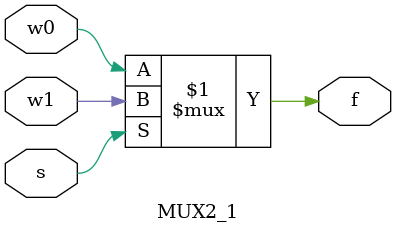
<source format=v>
`timescale 1ns / 1ps



module MUX2_1(w0, w1, s, f);
   
   input w0, w1, s;
   output f;
   
   assign f = s ? w1 : w0;
   
endmodule


/*

module MUX2_1(w0, w1, s, f);
    input w0, w1, s;
    output reg f;
    
    always @(w0, w1, s)
        f = s ? w1 : w0 ;

*/

</source>
